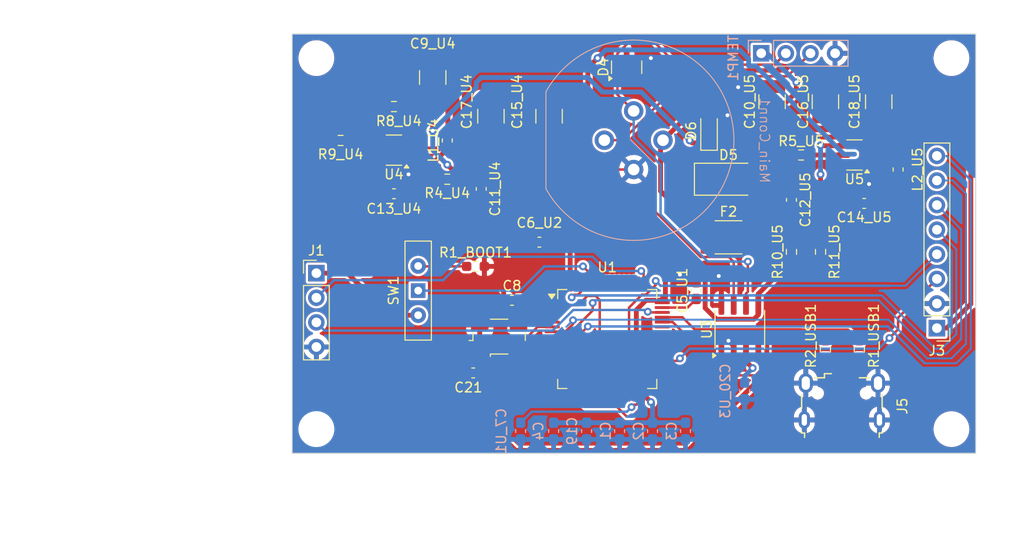
<source format=kicad_pcb>
(kicad_pcb (version 20240108) (generator "pcbnew") (generator_version "8.0")
  (layers (0 "F.Cu" signal) (31 "B.Cu" signal) (34 "B.Paste" user) (35 "F.Paste" user) (36 "B.SilkS" user "B.Silkscreen") (37 "F.SilkS" user "F.Silkscreen") (38 "B.Mask" user) (39 "F.Mask" user) (44 "Edge.Cuts" user))
  (net 0 "")
  (net 1 "Net-(U1-PH1)")
  (net 2 "GND")
  (net 3 "Net-(U1-PH0)")
  (net 4 "Net-(U1-VCAP_2)")
  (net 5 "+3V3")
  (net 6 "+5V")
  (net 7 "12V Protected")
  (net 8 "Net-(U1-VCAP_1)")
  (net 9 "Net-(U4-VBST)")
  (net 10 "Net-(U4-SW)")
  (net 11 "Net-(U5-VBST)")
  (net 12 "Net-(U5-SW)")
  (net 13 "Net-(D5-A)")
  (net 14 "/RST_SCREEN")
  (net 15 "/SPI_MOSI_SCREEN")
  (net 16 "/DC_SCREEN")
  (net 17 "/CS_SCREEN")
  (net 18 "/BL_SCREEN")
  (net 19 "/USB_5V")
  (net 20 "Net-(J5-D-)")
  (net 22 "Net-(J5-D+)")
  (net 23 "CAN1_RX")
  (net 24 "CAN1_TX")
  (net 25 "SWDIO")
  (net 26 "SWCLK")
  (net 27 "Net-(SW1-C)")
  (net 28 "Net-(U1-PA12)")
  (net 29 "Net-(U1-PA11)")
  (net 30 "Net-(U4-EN)")
  (net 31 "CANL")
  (net 32 "CANH")
  (net 33 "Net-(U5-EN)")
  (net 34 "Net-(U4-VFB)")
  (net 35 "Net-(U5-VFB)")
  (net 36 "/SPI_SCK_SCREEN")
  (net 41 "Net-(SW1-A)")
  (net 72 "Net-(Main_Conn1-Pin_1)")
  (net 73 "unconnected-(U1-PA4-Pad20)")
  (footprint "Resistor_SMD:R_0603_1608Metric_Pad0.98x0.95mm_HandSolder" (layer "F.Cu") (at 167.5 91 90)
    (property "Reference" "R10_U5")
    (property "Value" "33.2k")
  )
  (footprint "Connector_USB:USB_Micro-B_Wuerth_629105150521" (layer "F.Cu") (at 172.7 106.4)
    (property "Reference" "J5")
    (property "Value" "USB_B_Micro")
  )
  (footprint "Resistor_SMD:R_0603_1608Metric_Pad0.98x0.95mm_HandSolder" (layer "F.Cu") (at 174.5 101.0875 -90)
    (property "Reference" "R1_USB1")
    (property "Value" "22R")
  )
  (footprint "Connector_PinHeader_2.54mm:PinHeader_1x04_P2.54mm_Vertical" (layer "F.Cu") (at 118.5 93.2)
    (property "Reference" "J1")
    (property "Value" "Conn_01x04")
  )
  (footprint "Capacitor_SMD:C_0603_1608Metric_Pad1.08x0.95mm_HandSolder" (layer "F.Cu") (at 134.675 103.5 180)
    (property "Reference" "C21")
    (property "Value" "10p")
  )
  (footprint "Fuse:Fuse_1812_4532Metric_Pad1.30x3.40mm_HandSolder" (layer "F.Cu") (at 161 89.5)
    (property "Reference" "F2")
    (property "Value" "0.75A")
  )
  (footprint "Package_QFP:LQFP-64_10x10mm_P0.5mm" (layer "F.Cu") (at 148.5 100)
    (property "Reference" "U1")
    (property "Value" "STM32F405RGTx")
  )
  (footprint "Crystal:Crystal_SMD_Abracon_ABM3B-4Pin_5.0x3.2mm" (layer "F.Cu") (at 137.35 99.75)
    (property "Reference" "ABM3-8.000MHZ-10-1-U-T1" (hide yes))
    (property "Value" "Crystal_GND24")
  )
  (footprint "Capacitor_SMD:C_0603_1608Metric_Pad1.08x0.95mm_HandSolder" (layer "F.Cu") (at 126.5 85 180)
    (property "Reference" "C13_U4")
    (property "Value" "0.1u")
  )
  (footprint "Inductor_SMD:L_0603_1608Metric_Pad1.05x0.95mm_HandSolder" (layer "F.Cu") (at 132 79.5 90)
    (property "Reference" "L1_U4")
    (property "Value" "4.7u")
  )
  (footprint "Capacitor_SMD:C_0603_1608Metric_Pad1.08x0.95mm_HandSolder" (layer "F.Cu") (at 141.5 90)
    (property "Reference" "C6_U2")
    (property "Value" "0.1u")
  )
  (footprint "Resistor_SMD:R_0603_1608Metric_Pad0.98x0.95mm_HandSolder" (layer "F.Cu") (at 132 83.5 180)
    (property "Reference" "R4_U4")
    (property "Value" "10k")
  )
  (footprint "MountingHole:MountingHole_3.2mm_M3" (layer "F.Cu") (at 184 71)
    (property "Reference" "REF**" (hide yes))
    (property "Value" "MountingHole_3.2mm_M3" (hide yes))
  )
  (footprint "Inductor_SMD:L_0603_1608Metric_Pad1.05x0.95mm_HandSolder" (layer "F.Cu") (at 178.5 82.5 -90)
    (property "Reference" "L2_U5")
    (property "Value" "4.7u")
  )
  (footprint "Package_TO_SOT_SMD:SOT-23-6" (layer "F.Cu") (at 126.5 80.5 180)
    (property "Reference" "U4")
    (property "Value" "TPS562200")
  )
  (footprint "Capacitor_SMD:C_1210_3225Metric_Pad1.33x2.70mm_HandSolder" (layer "F.Cu") (at 136.5 77 90)
    (property "Reference" "C17_U4")
    (property "Value" "22u")
  )
  (footprint "Diode_SMD:D_SMA" (layer "F.Cu") (at 161 83.5)
    (property "Reference" "D5")
    (property "Value" "SS24A")
  )
  (footprint "Resistor_SMD:R_0603_1608Metric_Pad0.98x0.95mm_HandSolder" (layer "F.Cu") (at 126.5 76 180)
    (property "Reference" "R8_U4")
    (property "Value" "54.9k")
  )
  (footprint "Capacitor_SMD:C_0603_1608Metric_Pad1.08x0.95mm_HandSolder" (layer "F.Cu") (at 157.675 95 90)
    (property "Reference" "C5_U1")
    (property "Value" "0.1u")
  )
  (footprint "Diode_SMD:D_SOD-323_HandSoldering" (layer "F.Cu") (at 159 78.5 90)
    (property "Reference" "D6")
    (property "Value" "15V")
  )
  (footprint "Capacitor_SMD:C_0603_1608Metric_Pad1.08x0.95mm_HandSolder" (layer "F.Cu") (at 167.5 85.6375 -90)
    (property "Reference" "C12_U5")
    (property "Value" "0.1u")
  )
  (footprint "Resistor_SMD:R_0603_1608Metric_Pad0.98x0.95mm_HandSolder" (layer "F.Cu") (at 168.5 81)
    (property "Reference" "R5_U5")
    (property "Value" "10k")
  )
  (footprint "Resistor_SMD:R_0603_1608Metric_Pad0.98x0.95mm_HandSolder" (layer "F.Cu") (at 134.9125 92.5)
    (property "Reference" "R1_BOOT1")
    (property "Value" "10k")
  )
  (footprint "Capacitor_SMD:C_1210_3225Metric_Pad1.33x2.70mm_HandSolder" (layer "F.Cu") (at 176.5 75.5 90)
    (property "Reference" "C18_U5")
    (property "Value" "22u")
  )
  (footprint "Resistor_SMD:R_0603_1608Metric_Pad0.98x0.95mm_HandSolder" (layer "F.Cu") (at 171 101.0875 -90)
    (property "Reference" "R2_USB1")
    (property "Value" "22R")
  )
  (footprint "Package_TO_SOT_SMD:SOT-23-6" (layer "F.Cu") (at 174 81 180)
    (property "Reference" "U5")
    (property "Value" "TPS562200")
  )
  (footprint "MountingHole:MountingHole_3.2mm_M3" (layer "F.Cu") (at 118.5 71)
    (property "Reference" "REF**" (hide yes))
    (property "Value" "MountingHole_3.2mm_M3" (hide yes))
  )
  (footprint "Capacitor_SMD:C_0603_1608Metric_Pad1.08x0.95mm_HandSolder" (layer "F.Cu") (at 175 86 180)
    (property "Reference" "C14_U5")
    (property "Value" "0.1u")
  )
  (footprint "Capacitor_SMD:C_1210_3225Metric_Pad1.33x2.70mm_HandSolder" (layer "F.Cu") (at 130.5 73 90)
    (property "Reference" "C9_U4")
    (property "Value" "15u")
  )
  (footprint "Capacitor_SMD:C_1210_3225Metric_Pad1.33x2.70mm_HandSolder" (layer "F.Cu") (at 165.5 75.5 90)
    (property "Reference" "C10_U5")
    (property "Value" "15u")
  )
  (footprint "Capacitor_SMD:C_1210_3225Metric_Pad1.33x2.70mm_HandSolder" (layer "F.Cu") (at 142.5 77 90)
    (property "Reference" "C15_U4")
    (property "Value" "22u")
  )
  (footprint "Resistor_SMD:R_0603_1608Metric_Pad0.98x0.95mm_HandSolder" (layer "F.Cu") (at 121 79.5 180)
    (property "Reference" "R9_U4")
    (property "Value" "10k")
  )
  (footprint "MountingHole:MountingHole_3.2mm_M3" (layer "F.Cu") (at 184 109.3)
    (property "Reference" "REF**" (hide yes))
    (property "Value" "MountingHole_3.2mm_M3" (hide yes))
  )
  (footprint "Capacitor_SMD:C_0603_1608Metric_Pad1.08x0.95mm_HandSolder" (layer "F.Cu") (at 135.5 84.5 -90)
    (property "Reference" "C11_U4")
    (property "Value" "0.1u")
  )
  (footprint "Package_SO:SOIC-8_3.9x4.9mm_P1.27mm" (layer "F.Cu") (at 162.175 99 90)
    (property "Reference" "U3")
    (property "Value" "MCP2562-E-MF")
  )
  (footprint "Package_TO_SOT_SMD:SOT-23" (layer "F.Cu") (at 150.5 71.9375 90)
    (property "Reference" "D4")
    (property "Value" "CAN_TVS")
  )
  (footprint "MountingHole:MountingHole_3.2mm_M3" (layer "F.Cu") (at 118.5 109.3)
    (property "Reference" "REF**" (hide yes))
    (property "Value" "MountingHole_3.2mm_M3" (hide yes))
  )
  (footprint "Button_Switch_THT:SW_Slide-03_Wuerth-WS-SLTV_10x2.5x6.4_P2.54mm" (layer "F.Cu") (at 129 95 90)
    (property "Reference" "SW1")
    (property "Value" "SW_Nidec_CAS-120A1")
  )
  (footprint "Resistor_SMD:R_0603_1608Metric_Pad0.98x0.95mm_HandSolder" (layer "F.Cu") (at 170.5 91 -90)
    (property "Reference" "R11_U5")
    (property "Value" "10k")
  )
  (footprint "Capacitor_SMD:C_1210_3225Metric_Pad1.33x2.70mm_HandSolder" (layer "F.Cu") (at 171 75.5 90)
    (property "Reference" "C16_U5")
    (property "Value" "22u")
  )
  (footprint "Connector_PinHeader_2.54mm:PinHeader_1x08_P2.54mm_Vertical" (layer "F.Cu") (at 182.5 98.875 180)
    (property "Reference" "J3")
    (property "Value" "Conn_01x08_Pin")
  )
  (footprint "Capacitor_SMD:C_0603_1608Metric_Pad1.08x0.95mm_HandSolder" (layer "F.Cu") (at 138.675 96 180)
    (property "Reference" "C8")
    (property "Value" "10p")
  )
  (footprint "Capacitor_SMD:C_0603_1608Metric_Pad1.08x0.95mm_HandSolder" (layer "B.Cu") (at 139.57 109.5 -90)
    (property "Reference" "C7_U1")
    (property "Value" "0.1u")
  )
  (footprint "Capacitor_SMD:C_0603_1608Metric_Pad1.08x0.95mm_HandSolder" (layer "B.Cu") (at 153.17 109.5 -90)
    (property "Reference" "C2")
    (property "Value" "0.1u")
  )
  (footprint "Capacitor_SMD:C_0603_1608Metric_Pad1.08x0.95mm_HandSolder" (layer "B.Cu") (at 142.97 109.5 -90)
    (property "Reference" "C4")
    (property "Value" "0.1u")
  )
  (footprint "Capacitor_SMD:C_0603_1608Metric_Pad1.08x0.95mm_HandSolder" (layer "B.Cu") (at 162.675 105.3625 90)
    (property "Reference" "C20_U3")
    (property "Value" "0.1u")
  )
  (footprint "Library:Bulgin_4_Pin" (layer "B.Cu") (at 151.225 79.475 90)
    (property "Reference" "Main_Conn1")
    (property "Value" "Conn_01x04")
  )
  (footprint "Capacitor_SMD:C_0603_1608Metric_Pad1.08x0.95mm_HandSolder" (layer "B.Cu") (at 146.37 109.5 -90)
    (property "Reference" "C19")
    (property "Value" "0.1u")
  )
  (footprint "Connector_PinHeader_2.54mm:PinHeader_1x04_P2.54mm_Vertical" (layer "B.Cu") (at 164.38 70.5 -90)
    (property "Reference" "TEMP1")
    (property "Value" "Conn_01x04")
  )
  (footprint "Capacitor_SMD:C_0603_1608Metric_Pad1.08x0.95mm_HandSolder" (layer "B.Cu") (at 149.77 109.5 -90)
    (property "Reference" "C1")
    (property "Value" "0.1u")
  )
  (footprint "Capacitor_SMD:C_0603_1608Metric_Pad1.08x0.95mm_HandSolder" (layer "B.Cu") (at 156.57 109.5 -90)
    (property "Reference" "C3")
    (property "Value" "0.1u")
  )
  (gr_rect (start 116 68.5) (end 186.5 111.8) (stroke (width 0.1)) (fill none) (layer "Edge.Cuts"))
  (segment (start 136.275 100.025) (end 135.35 100.95) (width 0.25) (layer "F.Cu") (net 1))
  (segment (start 141.3 98.75) (end 140.025 100.025) (width 0.25) (layer "F.Cu") (net 1))
  (segment (start 135.5375 101.1375) (end 135.35 100.95) (width 0.25) (layer "F.Cu") (net 1))
  (segment (start 140.025 100.025) (end 136.275 100.025) (width 0.25) (layer "F.Cu") (net 1))
  (segment (start 142.825 98.75) (end 141.3 98.75) (width 0.25) (layer "F.Cu") (net 1))
  (segment (start 135.5375 103.5) (end 135.5375 101.1375) (width 0.25) (layer "F.Cu") (net 1))
  (segment (start 160.27 93.77) (end 160 93.5) (width 0.5) (layer "F.Cu") (net 2))
  (segment (start 142.825 101.75) (end 141 101.75) (width 0.25) (layer "F.Cu") (net 2))
  (segment (start 143.61 89.11) (end 142.5 88) (width 0.25) (layer "F.Cu") (net 2))
  (segment (start 145.03236 89.11) (end 143.61 89.11) (width 0.25) (layer "F.Cu") (net 2))
  (segment (start 135.5 85.3625) (end 133.9125 86.95) (width 0.25) (layer "F.Cu") (net 2))
  (segment (start 145.25 106.517764) (end 145.25 105.675) (width 0.25) (layer "F.Cu") (net 2))
  (segment (start 145.4125 90.11986) (end 145.4125 89.49014) (width 0.25) (layer "F.Cu") (net 2))
  (segment (start 156.7875 94.1375) (end 156 93.35) (width 0.5) (layer "F.Cu") (net 2))
  (segment (start 165.5 73.9375) (end 162.0625 73.9375) (width 0.5) (layer "F.Cu") (net 2))
  (segment (start 144.767764 107) (end 145.25 106.517764) (width 0.25) (layer "F.Cu") (net 2))
  (segment (start 135.825 94.0125) (end 137.8125 96) (width 0.5) (layer "F.Cu") (net 2))
  (segment (start 175.1375 83.6375) (end 175.5 84) (width 0.25) (layer "F.Cu") (net 2))
  (segment (start 175.1375 81.95) (end 175.1375 83.6375) (width 0.25) (layer "F.Cu") (net 2))
  (segment (start 135.825 92.5) (end 135.825 94.0125) (width 0.5) (layer "F.Cu") (net 2))
  (segment (start 160.547918 77.25) (end 160.898959 76.898959) (width 0.5) (layer "F.Cu") (net 2))
  (segment (start 127.6375 82.6375) (end 127.6375 81.45) (width 0.25) (layer "F.Cu") (net 2))
  (segment (start 142.5 107) (end 144.767764 107) (width 0.25) (layer "F.Cu") (net 2))
  (segment (start 145.4125 89.49014) (end 145.03236 89.11) (width 0.25) (layer "F.Cu") (net 2))
  (segment (start 133.9125 86.95) (end 123.95 86.95) (width 0.25) (layer "F.Cu") (net 2))
  (segment (start 160.27 96.525) (end 160.27 93.77) (width 0.5) (layer "F.Cu") (net 2))
  (segment (start 120.0875 83.0875) (end 120.0875 79.5) (width 0.25) (layer "F.Cu") (net 2))
  (segment (start 141 105.5) (end 142.5 107) (width 0.25) (layer "F.Cu") (net 2))
  (segment (start 145.25 94.325) (end 145.25 90.28236) (width 0.25) (layer "F.Cu") (net 2))
  (segment (start 162.0625 73.9375) (end 162 74) (width 0.5) (layer "F.Cu") (net 2))
  (segment (start 161.002925 100.174999) (end 161.54 100.712074) (width 0.5) (layer "F.Cu") (net 2))
  (segment (start 141 101.75) (end 141 105.5) (width 0.25) (layer "F.Cu") (net 2))
  (segment (start 161.54 100.712074) (end 161.54 101.475) (width 0.5) (layer "F.Cu") (net 2))
  (segment (start 128 83) (end 127.6375 82.6375) (width 0.25) (layer "F.Cu") (net 2))
  (segment (start 157.675 94.1375) (end 156.7875 94.1375) (width 0.5) (layer "F.Cu") (net 2))
  (segment (start 142.5 84.5) (end 144.5 82.5) (width 0.25) (layer "F.Cu") (net 2))
  (segment (start 140.15 101.75) (end 139.35 100.95) (width 0.25) (layer "F.Cu") (net 2))
  (segment (start 144.5 82.5) (end 151.225 82.5) (width 0.25) (layer "F.Cu") (net 2))
  (segment (start 142.5 88) (end 142.5 84.5) (width 0.25) (layer "F.Cu") (net 2))
  (segment (start 159 77.25) (end 160.547918 77.25) (width 0.5) (layer "F.Cu") (net 2))
  (segment (start 150.5 71) (end 153 71) (width 0.25) (layer "F.Cu") (net 2))
  (segment (start 123.95 86.95) (end 120.0875 83.0875) (width 0.25) (layer "F.Cu") (net 2))
  (segment (start 145.25 90.28236) (end 145.4125 90.11986) (width 0.25) (layer "F.Cu") (net 2))
  (segment (start 141 101.75) (end 140.15 101.75) (width 0.25) (layer "F.Cu") (net 2))
  (via (at 153 71) (size 0.8) (drill 0.4) (layers "F.Cu" "B.Cu") (net 2))
  (via (at 162 74) (size 0.8) (drill 0.4) (layers "F.Cu" "B.Cu") (net 2))
  (via (at 156 93.35) (size 0.8) (drill 0.4) (layers "F.Cu" "B.Cu") (net 2))
  (via (at 161.002925 100.174999) (size 0.8) (drill 0.4) (layers "F.Cu" "B.Cu") (net 2))
  (via (at 160 93.5) (size 0.8) (drill 0.4) (layers "F.Cu" "B.Cu") (net 2))
  (via (at 175.5 84) (size 0.8) (drill 0.4) (layers "F.Cu" "B.Cu") (net 2))
  (via (at 128 83) (size 0.8) (drill 0.4) (layers "F.Cu" "B.Cu") (net 2))
  (via (at 160.898959 76.898959) (size 0.8) (drill 0.4) (layers "F.Cu" "B.Cu") (net 2))
  (segment (start 139.35 96.1875) (end 139.5375 96) (width 0.25) (layer "F.Cu") (net 3))
  (segment (start 139.35 98.55) (end 139.35 96.1875) (width 0.25) (layer "F.Cu") (net 3))
  (segment (start 139.65 98.25) (end 142.825 98.25) (width 0.25) (layer "F.Cu") (net 3))
  (segment (start 139.35 98.55) (end 139.65 98.25) (width 0.25) (layer "F.Cu") (net 3))
  (segment (start 156.7875 96.75) (end 154.175 96.75) (width 0.25) (layer "F.Cu") (net 4))
  (segment (start 157.675 95.8625) (end 156.7875 96.75) (width 0.25) (layer "F.Cu") (net 4))
  (segment (start 154.5 95.925) (end 154.275 96.15) (width 0.5) (layer "F.Cu") (net 5))
  (segment (start 142.825 96.25) (end 143.5375 95.5375) (width 0.25) (layer "F.Cu") (net 5))
  (segment (start 158.6 93.1) (end 158 92.5) (width 0.5) (layer "F.Cu") (net 5))
  (segment (start 121.5 93.2) (end 124 93.2) (width 0.5) (layer "F.Cu") (net 5))
  (segment (start 138 89.075) (end 141.4375 89.075) (width 0.5) (layer "F.Cu") (net 5))
  (segment (start 154.5 95.5) (end 154.5 95.925) (width 0.5) (layer "F.Cu") (net 5))
  (segment (start 154 96) (end 152.5 96) (width 0.5) (layer "F.Cu") (net 5))
  (segment (start 153 106.5) (end 153 106.425) (width 0.25) (layer "F.Cu") (net 5))
  (segment (start 147.725 100.275) (end 147.725 95.974695) (width 0.25) (layer "F.Cu") (net 5))
  (segment (start 159.75 97.95) (end 158.6 96.8) (width 0.5) (layer "F.Cu") (net 5))
  (segment (start 143.667764 102.25) (end 142.825 102.25) (width 0.25) (layer "F.Cu") (net 5))
  (segment (start 146.5 77.48995) (end 138 85.98995) (width 0.5) (layer "F.Cu") (net 5))
  (segment (start 128.125 89.075) (end 138 89.075) (width 0.5) (layer "F.Cu") (net 5))
  (segment (start 151.059574 108) (end 150.5 108) (width 0.25) (layer "F.Cu") (net 5))
  (segment (start 145.75 106.517764) (end 145.75 105.675) (width 0.25) (layer "F.Cu") (net 5))
  (segment (start 180.5 81.375) (end 180.5 79) (width 0.5) (layer "F.Cu") (net 5))
  (segment (start 145.75 104.332236) (end 144.708882 103.291118) (width 0.25) (layer "F.Cu") (net 5))
  (segment (start 184.0625 77.0625) (end 186 79) (width 0.5) (layer "F.Cu") (net 5))
  (segment (start 182.4375 77.0625) (end 182.5 77.0625) (width 0.5) (layer "F.Cu") (net 5))
  (segment (start 168.5875 93) (end 167.5 91.9125) (width 0.5) (layer "F.Cu") (net 5))
  (segment (start 138 85.98995) (end 138 89.075) (width 0.5) (layer "F.Cu") (net 5))
  (segment (start 152.25 106.809574) (end 151.059574 108) (width 0.25) (layer "F.Cu") (net 5))
  (segment (start 152.35 104.755458) (end 152.35 105.85) (width 0.5) (layer "F.Cu") (net 5))
  (segment (start 142.925 96.15) (end 142.825 96.15) (width 0.5) (layer "F.Cu") (net 5))
  (segment (start 164.08 97.499999) (end 163.629999 97.95) (width 0.5) (layer "F.Cu") (net 5))
  (segment (start 147.300305 95.55) (end 146.45 95.55) (width 0.25) (layer "F.Cu") (net 5))
  (segment (start 186 79) (end 186 96.375) (width 0.5) (layer "F.Cu") (net 5))
  (segment (start 144.708882 103.291118) (end 143.667764 102.25) (width 0.25) (layer "F.Cu") (net 5))
  (segment (start 147.5 71) (end 146.5 72) (width 0.5) (layer "F.Cu") (net 5))
  (segment (start 178.5 85.939427) (end 171.439427 93) (width 0.5) (layer "F.Cu") (net 5))
  (segment (start 152.25 105.675) (end 152.25 106.809574) (width 0.25) (layer "F.Cu") (net 5))
  (segment (start 182.5 77.0625) (end 184.0625 77.0625) (width 0.5) (layer "F.Cu") (net 5))
  (segment (start 142.5575 89.805) (end 142.3625 90) (width 0.5) (layer "F.Cu") (net 5))
  (segment (start 118.6125 93.0875) (end 118.5 93.2) (width 0.25) (layer "F.Cu") (net 5))
  (segment (start 118.5 93.2) (end 121.5 93.2) (width 0.5) (layer "F.Cu") (net 5))
  (segment (start 154.5 95.5) (end 154 96) (width 0.5) (layer "F.Cu") (net 5))
  (segment (start 163.629999 97.95) (end 159.75 97.95) (width 0.5) (layer "F.Cu") (net 5))
  (segment (start 150.5 108) (end 149.5 107) (width 0.25) (layer "F.Cu") (net 5))
  (segment (start 126.04 97.54) (end 129 97.54) (width 0.5) (layer "F.Cu") (net 5))
  (segment (start 154.5 93.5) (end 154.5 95.5) (width 0.5) (layer "F.Cu") (net 5))
  (segment (start 146.45 95.55) (end 145.5 96.5) (width 0.25) (layer "F.Cu") (net 5))
  (segment (start 144.5375 94.5375) (end 144.75 94.325) (width 0.25) (layer "F.Cu") (net 5))
  (segment (start 144.7 89.805) (end 144.675 89.83) (width 0.5) (layer "F.Cu") (net 5))
  (segment (start 152.35 105.85) (end 153 106.5) (width 0.5) (layer "F.Cu") (net 5))
  (segment (start 158 92.5) (end 155.5 92.5) (width 0.5) (layer "F.Cu") (net 5))
  (segment (start 167.5 91.9125) (end 164.08 95.3325) (width 0.5) (layer "F.Cu") (net 5))
  (segment (start 178.5 83.375) (end 180.5 81.375) (width 0.5) (layer "F.Cu") (net 5))
  (segment (start 124 93.2) (end 128.125 89.075) (width 0.5) (layer "F.Cu") (net 5))
  (segment (start 144.65 93.405458) (end 144.65 94.425) (width 0.5) (layer "F.Cu") (net 5))
  (segment (start 164.08 96.525) (end 164.08 97.499999) (width 0.5) (layer "F.Cu") (net 5))
  (segment (start 121.7 93.2) (end 126.04 97.54) (width 0.5) (layer "F.Cu") (net 5))
  (segment (start 186 96.375) (end 183.5 98.875) (width 0.5) (layer "F.Cu") (net 5))
  (segment (start 144.708882 103.291118) (end 147.725 100.275) (width 0.25) (layer "F.Cu") (net 5))
  (segment (start 144.65 94.425) (end 144.5375 94.5375) (width 0.5) (layer "F.Cu") (net 5))
  (segment (start 180.5 79) (end 182.4375 77.0625) (width 0.5) (layer "F.Cu") (net 5))
  (segment (start 145.75 105.675) (end 145.75 104.332236) (width 0.25) (layer "F.Cu") (net 5))
  (segment (start 154.275 96.15) (end 154.175 96.15) (width 0.5) (layer "F.Cu") (net 5))
  (segment (start 141.4375 89.075) (end 142.3625 90) (width 0.5) (layer "F.Cu") (net 5))
  (segment (start 176.5 77.0625) (end 182.5 77.0625) (width 0.5) (layer "F.Cu") (net 5))
  (segment (start 149.5 107) (end 146.232236 107) (width 0.25) (layer "F.Cu") (net 5))
  (segment (start 143.5375 95.5375) (end 144.5375 94.5375) (width 0.25) (layer "F.Cu") (net 5))
  (segment (start 178.5 83.375) (end 178.5 85.939427) (width 0.5) (layer "F.Cu") (net 5))
  (segment (start 152.5 96) (end 151.5 97) (width 0.5) (layer "F.Cu") (net 5))
  (segment (start 171.439427 93) (end 168.5875 93) (width 0.5) (layer "F.Cu") (net 5))
  (segment (start 147.725 95.974695) (end 147.300305 95.55) (width 0.25) (layer "F.Cu") (net 5))
  (segment (start 155.5 92.5) (end 154.5 93.5) (width 0.5) (layer "F.Cu") (net 5))
  (segment (start 176.5 77.0625) (end 171 77.0625) (width 0.5) (layer "F.Cu") (net 5))
  (segment (start 146.5 72) (end 146.5 77.48995) (width 0.5) (layer "F.Cu") (net 5))
  (segment (start 144.7 89.805) (end 142.5575 89.805) (width 0.5) (layer "F.Cu") (net 5))
  (segment (start 152.25 104.832236) (end 152.25 105.675) (width 0.25) (layer "F.Cu") (net 5))
  (segment (start 164.08 95.3325) (end 164.08 96.525) (width 0.5) (layer "F.Cu") (net 5))
  (segment (start 151.5 103.905458) (end 152.35 104.755458) (width 0.5) (layer "F.Cu") (net 5))
  (segment (start 145.5 96.5) (end 144.5 96.5) (width 0.25) (layer "F.Cu") (net 5))
  (segment (start 144.5 96.5) (end 143.5375 95.5375) (width 0.25) (layer "F.Cu") (net 5))
  (segment (start 121.5 93.2) (end 121.7 93.2) (width 0.5) (layer "F.Cu") (net 5))
  (segment (start 144.675 93.380458) (end 144.65 93.405458) (width 0.5) (layer "F.Cu") (net 5))
  (segment (start 144.675 89.83) (end 144.675 93.380458) (width 0.5) (layer "F.Cu") (net 5))
  (segment (start 158.6 96.8) (end 158.6 93.1) (width 0.5) (layer "F.Cu") (net 5))
  (segment (start 144.7 94.275) (end 144.75 94.325) (width 0.25) (layer "F.Cu") (net 5))
  (segment (start 151.5 97) (end 151.5 103.905458) (width 0.5) (layer "F.Cu") (net 5))
  (segment (start 144.5375 94.5375) (end 142.925 96.15) (width 0.5) (layer "F.Cu") (net 5))
  (segment (start 146.232236 107) (end 145.75 106.517764) (width 0.25) (layer "F.Cu") (net 5))
  (via (at 147.5 71) (size 0.8) (drill 0.4) (layers "F.Cu" "B.Cu") (net 5))
  (via (at 153 106.5) (size 0.8) (drill 0.4) (layers "F.Cu" "B.Cu") (net 5))
  (segment (start 142.97 108.6375) (end 156.57 108.6375) (width 0.5) (layer "B.Cu") (net 5))
  (segment (start 153.17 106.67) (end 153 106.5) (width 0.5) (layer "B.Cu") (net 5))
  (segment (start 163.8 71.8) (end 172.92 80.92) (width 0.5) (layer "B.Cu") (net 5))
  (segment (start 147.5 71) (end 148.35 70.15) (width 0.5) (layer "B.Cu") (net 5))
  (segment (start 162.15 70.15) (end 163.08 71.08) (width 0.5) (layer "B.Cu") (net 5))
  (segment (start 163.08 71.08) (end 163.08 71.8) (width 0.5) (layer "B.Cu") (net 5))
  (segment (start 172.92 80.92) (end 174 80.92) (width 0.5) (layer "B.Cu") (net 5))
  (segment (start 153.17 108.6375) (end 153.17 106.67) (width 0.5) (layer "B.Cu") (net 5))
  (segment (start 163.08 71.8) (end 163.8 71.8) (width 0.5) (layer "B.Cu") (net 5))
  (segment (start 148.35 70.15) (end 162.15 70.15) (width 0.5) (layer "B.Cu") (net 5))
  (segment (start 163.285001 100.025) (end 164.5 100.025) (width 0.5) (layer "F.Cu") (net 6))
  (segment (start 164.918388 103.420089) (end 156.838477 111.5) (width 0.5) (layer "F.Cu") (net 6))
  (segment (start 116.5 103) (end 116.5 89.5) (width 0.5) (layer "F.Cu") (net 6))
  (segment (start 142.5 80.5) (end 142.5 78.5625) (width 0.5) (layer "F.Cu") (net 6))
  (segment (start 118 88) (end 135 88) (width 0.5) (layer "F.Cu") (net 6))
  (segment (start 128.5 73) (end 127.4125 74.0875) (width 0.5) (layer "F.Cu") (net 6))
  (segment (start 131.85 104.3) (end 117.8 104.3) (width 0.5) (layer "F.Cu") (net 6))
  (segment (start 139 111.45) (end 131.85 104.3) (width 0.5) (layer "F.Cu") (net 6))
  (segment (start 117.8 104.3) (end 116.5 103) (width 0.5) (layer "F.Cu") (net 6))
  (segment (start 133 73.5) (end 132.5 73) (width 0.5) (layer "F.Cu") (net 6))
  (segment (start 132 76.5) (end 132 78.625) (width 0.25) (layer "F.Cu") (net 6))
  (segment (start 162.81 102.31) (end 163.5 103) (width 0.5) (layer "F.Cu") (net 6))
  (segment (start 139 111.5) (end 139 111.45) (width 0.5) (layer "F.Cu") (net 6))
  (segment (start 164.5 100.025) (end 164.955 100.48) (width 0.5) (layer "F.Cu") (net 6))
  (segment (start 132.0625 78.5625) (end 132.0625 76.4375) (width 0.5) (layer "F.Cu") (net 6))
  (segment (start 135 88) (end 142.5 80.5) (width 0.5) (layer "F.Cu") (net 6))
  (segment (start 142.5 78.5625) (end 136.5 78.5625) (width 0.5) (layer "F.Cu") (net 6))
  (segment (start 136.5 78.5625) (end 132.0625 78.5625) (width 0.5) (layer "F.Cu") (net 6))
  (segment (start 164.955 103.383478) (end 164.918388 103.420089) (width 0.5) (layer "F.Cu") (net 6))
  (segment (start 133 75.5) (end 133 73.5) (width 0.5) (layer "F.Cu") (net 6))
  (segment (start 162.81 101.475) (end 162.81 102.31) (width 0.5) (layer "F.Cu") (net 6))
  (segment (start 132.5 73) (end 128.5 73) (width 0.5) (layer "F.Cu") (net 6))
  (segment (start 116.5 89.5) (end 118 88) (width 0.5) (layer "F.Cu") (net 6))
  (segment (start 162.81 100.500001) (end 163.285001 100.025) (width 0.5) (layer "F.Cu") (net 6))
  (segment (start 162.675 101.61) (end 162.81 101.475) (width 0.25) (layer "F.Cu") (net 6))
  (segment (start 164.955 100.48) (end 164.955 103.383478) (width 0.5) (layer "F.Cu") (net 6))
  (segment (start 133 75.5) (end 132 76.5) (width 0.25) (layer "F.Cu") (net 6))
  (segment (start 156.838477 111.5) (end 139 111.5) (width 0.5) (layer "F.Cu") (net 6))
  (segment (start 127.4125 74.0875) (end 127.4125 76) (width 0.5) (layer "F.Cu") (net 6))
  (segment (start 162.81 100.500001) (end 162.81 101.475) (width 0.25) (layer "F.Cu") (net 6))
  (segment (start 132.0625 76.4375) (end 133 75.5) (width 0.5) (layer "F.Cu") (net 6))
  (segment (start 159.711701 108.45) (end 164.83 103.331701) (width 0.25) (layer "F.Cu") (net 6))
  (segment (start 132 78.625) (end 132.0625 78.5625) (width 0.5) (layer "F.Cu") (net 6))
  (via (at 163.5 103) (size 0.8) (drill 0.4) (layers "F.Cu" "B.Cu") (net 6))
  (segment (start 162.675 103.825) (end 163.5 103) (width 0.5) (layer "B.Cu") (net 6))
  (segment (start 162.675 104.5) (end 162.675 103.825) (width 0.5) (layer "B.Cu") (net 6))
  (segment (start 130.5 76.6875) (end 130.5 74.5625) (width 0.5) (layer "F.Cu") (net 7))
  (segment (start 132.9125 83.5) (end 132.9125 82.9125) (width 0.5) (layer "F.Cu") (net 7))
  (segment (start 174.2375 79.15) (end 167.5875 79.15) (width 0.5) (layer "F.Cu") (net 7))
  (segment (start 165.5 77.0625) (end 161.9375 77.0625) (width 0.5) (layer "F.Cu") (net 7))
  (segment (start 159 79.75) (end 157.25 79.75) (width 0.5) (layer "F.Cu") (net 7))
  (segment (start 161.9375 77.0625) (end 159.25 79.75) (width 0.5) (layer "F.Cu") (net 7))
  (segment (start 167.5 81.0875) (end 167.5875 81) (width 0.5) (layer "F.Cu") (net 7))
  (segment (start 159.25 79.75) (end 159 79.75) (width 0.5) (layer "F.Cu") (net 7))
  (segment (start 127.7 79.55) (end 127.6375 79.55) (width 0.25) (layer "F.Cu") (net 7))
  (segment (start 175.1375 80.05) (end 174.2375 79.15) (width 0.5) (layer "F.Cu") (net 7))
  (segment (start 167.5875 79.15) (end 165.5 77.0625) (width 0.5) (layer "F.Cu") (net 7))
  (segment (start 167.5 84.775) (end 167.5 81.0875) (width 0.5) (layer "F.Cu") (net 7))
  (segment (start 157.25 79.75) (end 157 79.5) (width 0.5) (layer "F.Cu") (net 7))
  (segment (start 130.5 74.5625) (end 130.5 78.5) (width 0.5) (layer "F.Cu") (net 7))
  (segment (start 133.05 83.6375) (end 132.9125 83.5) (width 0.5) (layer "F.Cu") (net 7))
  (segment (start 159 83.5) (end 159 79.75) (width 0.5) (layer "F.Cu") (net 7))
  (segment (start 158.75 79.5) (end 159 79.75) (width 0.25) (layer "F.Cu") (net 7))
  (segment (start 127.6375 79.55) (end 130.5 76.6875) (width 0.5) (layer "F.Cu") (net 7))
  (segment (start 167.5875 81) (end 167.5875 79.15) (width 0.5) (layer "F.Cu") (net 7))
  (segment (start 135.5 83.6375) (end 133.05 83.6375) (width 0.5) (layer "F.Cu") (net 7))
  (segment (start 132.9125 82.9125) (end 132 82) (width 0.5) (layer "F.Cu") (net 7))
  (via (at 130.5 78.5) (size 0.8) (drill 0.4) (layers "F.Cu" "B.Cu") (net 7))
  (via (at 132 82) (size 0.8) (drill 0.4) (layers "F.Cu" "B.Cu") (net 7))
  (via (at 157 79.5) (size 0.8) (drill 0.4) (layers "F.Cu" "B.Cu") (net 7))
  (segment (start 130.5 80.5) (end 130.5 78.5) (width 0.5) (layer "B.Cu") (net 7))
  (segment (start 135.5 73) (end 135 73.5) (width 0.5) (layer "B.Cu") (net 7))
  (segment (start 157 79.5) (end 152 74.5) (width 0.5) (layer "B.Cu") (net 7))
  (segment (start 148 74.5) (end 146.5 73) (width 0.5) (layer "B.Cu") (net 7))
  (segment (start 132 82) (end 130.5 80.5) (width 0.5) (layer "B.Cu") (net 7))
  (segment (start 135 74) (end 130.5 78.5) (width 0.5) (layer "B.Cu") (net 7))
  (segment (start 152 74.5) (end 148 74.5) (width 0.5) (layer "B.Cu") (net 7))
  (segment (start 146.5 73) (end 135.5 73) (width 0.5) (layer "B.Cu") (net 7))
  (segment (start 135 73.5) (end 135 74) (width 0.5) (layer "B.Cu") (net 7))
  (segment (start 151.75 106.517764) (end 151.75 105.675) (width 0.25) (layer "F.Cu") (net 8))
  (segment (start 151.259269 106.775) (end 151.492764 106.775) (width 0.25) (layer "F.Cu") (net 8))
  (segment (start 151.492764 106.775) (end 151.75 106.517764) (width 0.25) (layer "F.Cu") (net 8))
  (segment (start 151.00529 107.028979) (end 151.259269 106.775) (width 0.25) (layer "F.Cu") (net 8))
  (via (at 151.00529 107.028979) (size 0.8) (drill 0.4) (layers "F.Cu" "B.Cu") (net 8))
  (segment (start 150.534269 107.5) (end 140.7075 107.5) (width 0.25) (layer "B.Cu") (net 8))
  (segment (start 140.7075 107.5) (end 139.57 108.6375) (width 0.25) (layer "B.Cu") (net 8))
  (segment (start 151.00529 107.028979) (end 150.534269 107.5) (width 0.25) (layer "B.Cu") (net 8))
  (segment (start 125.3625 81.45) (end 125.3625 84.725) (width 0.5) (layer "F.Cu") (net 9))
  (segment (start 125.3625 84.725) (end 125.6375 85) (width 0.25) (layer "F.Cu") (net 9))
  (segment (start 129.5 80.375) (end 127.7625 80.375) (width 0.5) (layer "F.Cu") (net 10))
  (segment (start 127.7625 80.375) (end 127.6375 80.5) (width 0.25) (layer "F.Cu") (net 10))
  (segment (start 129.5125 82.8625) (end 132 80.375) (width 0.5) (layer "F.Cu") (net 10))
  (segment (start 129.5 82.8625) (end 129.5125 82.8625) (width 0.25) (layer "F.Cu") (net 10))
  (segment (start 132 80.375) (end 129.5 80.375) (width 0.5) (layer "F.Cu") (net 10))
  (segment (start 129.5 82.8625) (end 127.3625 85) (width 0.5) (layer "F.Cu") (net 10))
  (segment (start 172.8625 81.95) (end 174.1375 83.225) (width 0.5) (layer "F.Cu") (net 11))
  (segment (start 174.1375 83.225) (end 174.1375 86) (width 0.5) (layer "F.Cu") (net 11))
  (segment (start 177 84.8625) (end 175.8625 86) (width 0.5) (layer "F.Cu") (net 12))
  (segment (start 178.5 81.625) (end 177.875 81.625) (width 0.5) (layer "F.Cu") (net 12))
  (segment (start 177 82.5) (end 177 84.8625) (width 0.5) (layer "F.Cu") (net 12))
  (segment (start 178.5 81.625) (end 177.875 81) (width 0.5) (layer "F.Cu") (net 12))
  (segment (start 177.875 81) (end 175.1375 81) (width 0.5) (layer "F.Cu") (net 12))
  (segment (start 177.875 81.625) (end 177 82.5) (width 0.5) (layer "F.Cu") (net 12))
  (segment (start 163.225 89.5) (end 163.225 83.725) (width 0.5) (layer "F.Cu") (net 13))
  (segment (start 163.225 83.725) (end 163 83.5) (width 0.25) (layer "F.Cu") (net 13))
  (segment (start 163 89.275) (end 163.225 89.5) (width 0.25) (layer "F.Cu") (net 13))
  (segment (start 144.969089 98.448675) (end 143.667764 99.75) (width 0.25) (layer "F.Cu") (net 14))
  (segment (start 143.667764 99.75) (end 142.825 99.75) (width 0.25) (layer "F.Cu") (net 14))
  (segment (start 144.969089 98.059765) (end 144.969089 98.448675) (width 0.25) (layer "F.Cu") (net 14))
  (via (at 144.969089 98.059765) (size 0.8) (drill 0.4) (layers "F.Cu" "B.Cu") (net 14))
  (segment (start 184 102) (end 185.5 100.5) (width 0.2) (layer "B.Cu") (net 14))
  (segment (start 185.5 100.5) (end 185.5 85) (width 0.2) (layer "B.Cu") (net 14))
  (segment (start 184.135 83.635) (end 182.5 83.635) (width 0.2) (layer "B.Cu") (net 14))
  (segment (start 177.5 98) (end 181.5 102) (width 0.2) (layer "B.Cu") (net 14))
  (segment (start 144.287347 98.741507) (end 145.028854 98) (width 0.2) (layer "B.Cu") (net 14))
  (segment (start 181.5 102) (end 184 102) (width 0.2) (layer "B.Cu") (net 14))
  (segment (start 145.028854 98) (end 177.5 98) (width 0.2) (layer "B.Cu") (net 14))
  (segment (start 144.969089 98.059765) (end 144.287347 98.741507) (width 0.2) (layer "B.Cu") (net 14))
  (segment (start 185.5 85) (end 184.135 83.635) (width 0.2) (layer "B.Cu") (net 14))
  (segment (start 144.969089 98.059765) (end 145.028854 98) (width 0.25) (layer "B.Cu") (net 14))
  (segment (start 156 102) (end 155.75 102.25) (width 0.25) (layer "F.Cu") (net 15))
  (segment (start 178.5 97.795) (end 182.5 93.795) (width 0.254) (layer "F.Cu") (net 15))
  (segment (start 177.605545 99.894455) (end 178.5 99) (width 0.254) (layer "F.Cu") (net 15))
  (segment (start 155.75 102.25) (end 154.175 102.25) (width 0.25) (layer "F.Cu") (net 15))
  (segment (start 178.5 99) (end 178.5 97.795) (width 0.254) (layer "F.Cu") (net 15))
  (via (at 177.605545 99.894455) (size 0.8) (drill 0.4) (layers "F.Cu" "B.Cu") (net 15))
  (via (at 156 102) (size 0.8) (drill 0.4) (layers "F.Cu" "B.Cu") (net 15))
  (segment (start 176.5 101) (end 177.5 100) (width 0.254) (layer "B.Cu") (net 15))
  (segment (start 157 101) (end 156 102) (width 0.25) (layer "B.Cu") (net 15))
  (segment (start 157 101) (end 176.5 101) (width 0.254) (layer "B.Cu") (net 15))
  (segment (start 177.5 100) (end 177.605545 99.894455) (width 0.254) (layer "B.Cu") (net 15))
  (segment (start 147 97.05416) (end 143.80416 100.25) (width 0.25) (layer "F.Cu") (net 16))
  (segment (start 143.80416 100.25) (end 142.825 100.25) (width 0.25) (layer "F.Cu") (net 16))
  (segment (start 147 96.275) (end 147 97.05416) (width 0.25) (layer "F.Cu") (net 16))
  (via (at 147 96.275) (size 0.8) (drill 0.4) (layers "F.Cu" "B.Cu") (net 16))
  (segment (start 176.5 96) (end 182 101.5) (width 0.2032) (layer "B.Cu") (net 16))
  (segment (start 147.275 96) (end 147 96.275) (width 0.25) (layer "B.Cu") (net 16))
  (segment (start 183.5 101.5) (end 185 100) (width 0.2032) (layer "B.Cu") (net 16))
  (segment (start 176.5 96) (end 147.275 96) (width 0.25) (layer "B.Cu") (net 16))
  (segment (start 182 101.5) (end 183.5 101.5) (width 0.2032) (layer "B.Cu") (net 16))
  (segment (start 185 88.675) (end 182.5 86.175) (width 0.2032) (layer "B.Cu") (net 16))
  (segment (start 185 100) (end 185 88.675) (width 0.2032) (layer "B.Cu") (net 16))
  (segment (start 144.83585 95.69999) (end 145.11084 95.425) (width 0.25) (layer "F.Cu") (net 17))
  (segment (start 145.75 95.167764) (end 145.75 94.325) (width 0.25) (layer "F.Cu") (net 17))
  (segment (start 145.11084 95.425) (end 145.492764 95.425) (width 0.25) (layer "F.Cu") (net 17))
  (segment (start 145.492764 95.425) (end 145.75 95.167764) (width 0.25) (layer "F.Cu") (net 17))
  (via (at 144.83585 95.69999) (size 0.8) (drill 0.4) (layers "F.Cu" "B.Cu") (net 17))
  (segment (start 176.8218 95.5) (end 182.3218 101) (width 0.2032) (layer "B.Cu") (net 17))
  (segment (start 182.3218 101) (end 183 101) (width 0.2032) (layer "B.Cu") (net 17))
  (segment (start 145.03584 95.5) (end 144.83585 95.69999) (width 0.25) (layer "B.Cu") (net 17))
  (segment (start 183 101) (end 184.5 99.5) (width 0.2032) (layer "B.Cu") (net 17))
  (segment (start 176.5 95.5) (end 176.8218 95.5) (width 0.2032) (layer "B.Cu") (net 17))
  (segment (start 184.5 90.715) (end 182.5 88.715) (width 0.2032) (layer "B.Cu") (net 17))
  (segment (start 184.5 99.5) (end 184.5 90.715) (width 0.2032) (layer "B.Cu") (net 17))
  (segment (start 176.5 95.5) (end 145.03584 95.5) (width 0.25) (layer "B.Cu") (net 17))
  (segment (start 146.5 98.7) (end 144.45 100.75) (width 0.25) (layer "F.Cu") (net 18))
  (segment (start 144.45 100.75) (end 142.825 100.75) (width 0.25) (layer "F.Cu") (net 18))
  (via (at 146.5 98.7) (size 0.8) (drill 0.4) (layers "F.Cu" "B.Cu") (net 18))
  (segment (start 184.5 102.5) (end 186 101) (width 0.2) (layer "B.Cu") (net 18))
  (segment (start 146.5 98.7) (end 177.436396 98.7) (width 0.25) (layer "B.Cu") (net 18))
  (segment (start 186 101) (end 186 83.595) (width 0.2) (layer "B.Cu") (net 18))
  (segment (start 186 83.595) (end 183.5 81.095) (width 0.25) (layer "B.Cu") (net 18))
  (segment (start 177.436396 98.7) (end 181.236396 102.5) (width 0.25) (layer "B.Cu") (net 18))
  (segment (start 181.236396 102.5) (end 184.5 102.5) (width 0.2) (layer "B.Cu") (net 18))
  (segment (start 171 102) (end 172.05 103.05) (width 0.2032) (layer "F.Cu") (net 20))
  (segment (start 172.05 103.05) (end 172.05 104.5) (width 0.2032) (layer "F.Cu") (net 20))
  (segment (start 172.7 103.8) (end 174.5 102) (width 0.2032) (layer "F.Cu") (net 22))
  (segment (start 172.7 104.5) (end 172.7 103.8) (width 0.2032) (layer "F.Cu") (net 22))
  (segment (start 164.38 101.775) (end 164.38 103.145305) (width 0.25) (layer "F.Cu") (net 23))
  (segment (start 164.38 103.145305) (end 163.775305 103.75) (width 0.25) (layer "F.Cu") (net 23))
  (segment (start 163.775305 103.75) (end 154.175 103.75) (width 0.25) (layer "F.Cu") (net 23))
  (segment (start 164.08 101.475) (end 164.38 101.775) (width 0.25) (layer "F.Cu") (net 23))
  (segment (start 160.27 101.475) (end 158.495 103.25) (width 0.25) (layer "F.Cu") (net 24))
  (segment (start 158.495 103.25) (end 154.175 103.25) (width 0.25) (layer "F.Cu") (net 24))
  (segment (start 152.750001 97.25) (end 154.175 97.25) (width 0.25) (layer "F.Cu") (net 25))
  (segment (start 152.678772 97.178771) (end 152.750001 97.25) (width 0.25) (layer "F.Cu") (net 25))
  (via (at 152.678772 97.178771) (size 0.8) (drill 0.4) (layers "F.Cu" "B.Cu") (net 25))
  (segment (start 119.35 99.13) (end 142.87 99.13) (width 0.25) (layer "B.Cu") (net 25))
  (segment (start 150.5 97) (end 152.500001 97) (width 0.25) (layer "B.Cu") (net 25))
  (segment (start 118.5 98.28) (end 119.35 99.13) (width 0.25) (layer "B.Cu") (net 25))
  (segment (start 142.87 99.13) (end 145 97) (width 0.25) (layer "B.Cu") (net 25))
  (segment (start 152.500001 97) (end 152.678772 97.178771) (width 0.25) (layer "B.Cu") (net 25))
  (segment (start 145 97) (end 150.5 97) (width 0.25) (layer "B.Cu") (net 25))
  (segment (start 152.007757 92.974317) (end 152.25 93.21656) (width 0.25) (layer "F.Cu") (net 26))
  (segment (start 152.25 93.21656) (end 152.25 94.325) (width 0.25) (layer "F.Cu") (net 26))
  (via (at 152.007757 92.974317) (size 0.8) (drill 0.4) (layers "F.Cu" "B.Cu") (net 26))
  (segment (start 146.974695 91.5) (end 147.987348 92.512653) (width 0.25) (layer "B.Cu") (net 26))
  (segment (start 131.575 93.925) (end 134 91.5) (width 0.25) (layer "B.Cu") (net 26))
  (segment (start 120.315 93.925) (end 131.575 93.925) (width 0.25) (layer "B.Cu") (net 26))
  (segment (start 148.449012 92.974317) (end 152.007757 92.974317) (width 0.25) (layer "B.Cu") (net 26))
  (segment (start 134 91.5) (end 146.974695 91.5) (width 0.25) (layer "B.Cu") (net 26))
  (segment (start 147.987348 92.512653) (end 148.449012 92.974317) (width 0.25) (layer "B.Cu") (net 26))
  (segment (start 118.5 95.74) (end 120.315 93.925) (width 0.25) (layer "B.Cu") (net 26))
  (segment (start 128.9125 94.9125) (end 129 95) (width 0.25) (layer "F.Cu") (net 27))
  (segment (start 128.9125 95.0875) (end 129 95) (width 0.25) (layer "F.Cu") (net 27))
  (segment (start 146.75 93.25) (end 146.75 94.325) (width 0.25) (layer "F.Cu") (net 27))
  (segment (start 146 92.5) (end 146.75 93.25) (width 0.25) (layer "F.Cu") (net 27))
  (via (at 146 92.5) (size 0.8) (drill 0.4) (layers "F.Cu" "B.Cu") (net 27))
  (segment (start 139.5 95) (end 142 92.5) (width 0.25) (layer "B.Cu") (net 27))
  (segment (start 142 92.5) (end 146 92.5) (width 0.25) (layer "B.Cu") (net 27))
  (segment (start 129 95) (end 139.5 95) (width 0.25) (layer "B.Cu") (net 27))
  (segment (start 156.25 97.75) (end 154.175 97.75) (width 0.25) (layer "F.Cu") (net 28))
  (segment (start 173.325 99) (end 174.5 100.175) (width 0.2032) (layer "F.Cu") (net 28))
  (segment (start 157.5 99) (end 156.25 97.75) (width 0.25) (layer "F.Cu") (net 28))
  (segment (start 168.5 99) (end 157.5 99) (width 0.25) (layer "F.Cu") (net 28))
  (segment (start 168.5 99) (end 173.325 99) (width 0.2032) (layer "F.Cu") (net 28))
  (segment (start 166.825 100.175) (end 166.102 99.452) (width 0.254) (layer "F.Cu") (net 29))
  (segment (start 155.25 98.25) (end 154.175 98.25) (width 0.25) (layer "F.Cu") (net 29))
  (segment (start 166.825 100.175) (end 171 100.175) (width 0.2032) (layer "F.Cu") (net 29))
  (segment (start 166.102 99.452) (end 165.45 99.452) (width 0.254) (layer "F.Cu") (net 29))
  (segment (start 165.45 99.45) (end 156.45 99.45) (width 0.254) (layer "F.Cu") (net 29))
  (segment (start 156.45 99.45) (end 155.25 98.25) (width 0.25) (layer "F.Cu") (net 29))
  (segment (start 124.5 86) (end 130.5 86) (width 0.5) (layer "F.Cu") (net 30))
  (segment (start 123.5 81.700001) (end 123.5 85) (width 0.5) (layer "F.Cu") (net 30))
  (segment (start 124.700001 80.5) (end 123.5 81.700001) (width 0.5) (layer "F.Cu") (net 30))
  (segment (start 125.3625 80.5) (end 124.700001 80.5) (width 0.25) (layer "F.Cu") (net 30))
  (segment (start 123.5 85) (end 124.5 86) (width 0.5) (layer "F.Cu") (net 30))
  (segment (start 130.5 86) (end 131.0875 85.4125) (width 0.5) (layer "F.Cu") (net 30))
  (segment (start 131.0875 85.4125) (end 131.0875 83.5) (width 0.5) (layer "F.Cu") (net 30))
  (segment (start 162.81 95.31) (end 162.81 96.525) (width 0.25) (layer "F.Cu") (net 31))
  (segment (start 153 69) (end 155.675 71.675) (width 0.25) (layer "F.Cu") (net 31))
  (segment (start 149.55 72.875) (end 149.55 70.536592) (width 0.25) (layer "F.Cu") (net 31))
  (segment (start 165.745 71.675) (end 166.92 70.5) (width 0.25) (layer "F.Cu") (net 31))
  (segment (start 151.086592 69) (end 153 69) (width 0.25) (layer "F.Cu") (net 31))
  (segment (start 149.55 72.875) (end 149.55 74.775) (width 0.25) (layer "F.Cu") (net 31))
  (segment (start 155.675 71.675) (end 165.745 71.675) (width 0.25) (layer "F.Cu") (net 31))
  (segment (start 149.55 70.536592) (end 151.086592 69) (width 0.25) (layer "F.Cu") (net 31))
  (segment (start 149.55 74.775) (end 151.225 76.45) (width 0.25) (layer "F.Cu") (net 31))
  (segment (start 163 95.12) (end 162.81 95.31) (width 0.25) (layer "F.Cu") (net 31))
  (segment (start 163 92) (end 163 95.12) (width 0.25) (layer "F.Cu") (net 31))
  (via (at 163 92) (size 0.8) (drill 0.4) (layers "F.Cu" "B.Cu") (net 31))
  (segment (start 151.225 79.225) (end 151.225 76.45) (width 0.25) (layer "B.Cu") (net 31))
  (segment (start 154 87.148833) (end 154 82) (width 0.25) (layer "B.Cu") (net 31))
  (segment (start 158.851167 92) (end 154 87.148833) (width 0.25) (layer "B.Cu") (net 31))
  (segment (start 154 82) (end 151.225 79.225) (width 0.25) (layer "B.Cu") (net 31))
  (segment (start 163 92) (end 158.851167 92) (width 0.25) (layer "B.Cu") (net 31))
  (segment (start 150.274416 79.274416) (end 150.073833 79.475) (width 0.25) (layer "F.Cu") (net 32))
  (segment (start 161.54 96.525) (end 161.54 92.04) (width 0.25) (layer "F.Cu") (net 32))
  (segment (start 155 72.875) (end 167.085 72.875) (width 0.25) (layer "F.Cu") (net 32))
  (segment (start 151.45 72.875) (end 155 72.875) (width 0.25) (layer "F.Cu") (net 32))
  (segment (start 167.085 72.875) (end 169.46 70.5) (width 0.25) (layer "F.Cu") (net 32))
  (segment (start 155 74.548833) (end 150.274416 79.274416) (width 0.25) (layer "F.Cu") (net 32))
  (segment (start 150.073833 79.475) (end 148.2 79.475) (width 0.25) (layer "F.Cu") (net 32))
  (segment (start 161.54 92.04) (end 161.025 91.525) (width 0.25) (layer "F.Cu") (net 32))
  (segment (start 158.1299 91.525) (end 153.2125 86.6076) (width 0.25) (layer "F.Cu") (net 32))
  (segment (start 155 72.875) (end 155 74.548833) (width 0.25) (layer "F.Cu") (net 32))
  (segment (start 161.025 91.525) (end 158.1299 91.525) (width 0.25) (layer "F.Cu") (net 32))
  (segment (start 153.2125 82.2125) (end 150.274416 79.274416) (width 0.25) (layer "F.Cu") (net 32))
  (segment (start 153.2125 86.6076) (end 153.2125 82.2125) (width 0.25) (layer "F.Cu") (net 32))
  (segment (start 172.8625 81) (end 169.4125 81) (width 0.5) (layer "F.Cu") (net 33))
  (segment (start 125.3125 79.5) (end 125.3625 79.55) (width 0.25) (layer "F.Cu") (net 34))
  (segment (start 125.3625 79.55) (end 125.3625 76.225) (width 0.5) (layer "F.Cu") (net 34))
  (segment (start 125.3625 76.225) (end 125.5875 76) (width 0.25) (layer "F.Cu") (net 34))
  (segment (start 121.9125 79.5) (end 125.3125 79.5) (width 0.5) (layer "F.Cu") (net 34))
  (segment (start 170.55 80.05) (end 170.5 80) (width 0.25) (layer "F.Cu") (net 35))
  (segment (start 170.5 90.0875) (end 170.5 83) (width 0.5) (layer "F.Cu") (net 35))
  (segment (start 170.5 90.0875) (end 167.5 90.0875) (width 0.5) (layer "F.Cu") (net 35))
  (segment (start 172.8625 80.05) (end 170.55 80.05) (width 0.5) (layer "F.Cu") (net 35))
  (via (at 170.5 83) (size 0.8) (drill 0.4) (layers "F.Cu" "B.Cu") (net 35))
  (via (at 170.5 80) (size 0.8) (drill 0.4) (layers "F.Cu" "B.Cu") (net 35))
  (segment (start 170.5 83) (end 170.5 80.202081) (width 0.25) (layer "B.Cu") (net 35))
  (segment (start 170.5 80) (end 170.5 83) (width 0.5) (layer "B.Cu") (net 35))
  (segment (start 170.5 80.202081) (end 170.447919 80.15) (width 0.25) (layer "B.Cu") (net 35))
  (segment (start 153.5 94) (end 153.5 94.417764) (width 0.25) (layer "F.Cu") (net 36))
  (segment (start 152.075 95.425) (end 150.75 96.75) (width 0.25) (layer "F.Cu") (net 36))
  (segment (start 152.492764 95.425) (end 152.075 95.425) (width 0.25) (layer "F.Cu") (net 36))
  (segment (start 150.75 96.75) (end 150.75 105.675) (width 0.25) (layer "F.Cu") (net 36))
  (segment (start 153.5 94.417764) (end 152.492764 95.425) (width 0.25) (layer "F.Cu") (net 36))
  (via (at 153.5 94) (size 0.8) (drill 0.4) (layers "F.Cu" "B.Cu") (net 36))
  (segment (start 154 94.5) (end 153.5 94) (width 0.25) (layer "B.Cu") (net 36))
  (segment (start 177.5 94.5) (end 155.025305 94.5) (width 0.254) (layer "B.Cu") (net 36))
  (segment (start 177.5 94.5) (end 179.255 94.5) (width 0.2032) (layer "B.Cu") (net 36))
  (segment (start 177.54 94.5) (end 177.5 94.5) (width 0.25) (layer "B.Cu") (net 36))
  (segment (start 179.255 94.5) (end 182.5 91.255) (width 0.2032) (layer "B.Cu") (net 36))
  (segment (start 155.025305 94.5) (end 154 94.5) (width 0.25) (layer "B.Cu") (net 36))
  (segment (start 129 92.46) (end 129 92.5) (width 0.25) (layer "F.Cu") (net 41))
  (segment (start 129 92.5) (end 134 92.5) (width 0.25) (layer "F.Cu") (net 41))
  (segment (start 154 79.725) (end 154.25 79.475) (width 0.5) (layer "F.Cu") (net 72))
  (segment (start 154.5 79.725) (end 154.25 79.475) (width 0.25) (layer "F.Cu") (net 72))
  (segment (start 154 84.725) (end 154 79.725) (width 0.5) (layer "F.Cu") (net 72))
  (segment (start 154.25 79.475) (end 157.775 75.95) (width 0.5) (layer "F.Cu") (net 72))
  (segment (start 158.775 89.5) (end 154 84.725) (width 0.5) (layer "F.Cu") (net 72))
  (segment (start 166.55 75.95) (end 168 74.5) (width 0.5) (layer "F.Cu") (net 72))
  (segment (start 168 74.5) (end 168 73.5) (width 0.5) (layer "F.Cu") (net 72))
  (segment (start 157.775 75.95) (end 166.55 75.95) (width 0.5) (layer "F.Cu") (net 72))
  (via (at 168 73.5) (size 0.8) (drill 0.4) (layers "F.Cu" "B.Cu") (net 72))
  (segment (start 165 70.5) (end 168 73.5) (width 0.5) (layer "B.Cu") (net 72))
  (segment (start 164.38 70.5) (end 165 70.5) (width 0.5) (layer "B.Cu") (net 72))
  (segment (start 164.38 70.88) (end 164.5 71) (width 0.5) (layer "B.Cu") (net 72))
  (segment (start 146.25 104.832236) (end 146.25 105.675) (width 0.25) (layer "F.Cu") (net 73))
  (zone (net 2) (net_name "GND") (layers "F&B.Cu") (connect_pads (clearance 0.254)) (min_thickness 0.25) (fill yes (thermal_gap 0.5) (thermal_bridge_width 0.5))
    (polygon (pts (xy 112.5 116) (xy 188 116) (xy 191.5 112.5) (xy 191.5 68.5) (xy 188 65) (xy 112.5 65)))
  )
)
</source>
